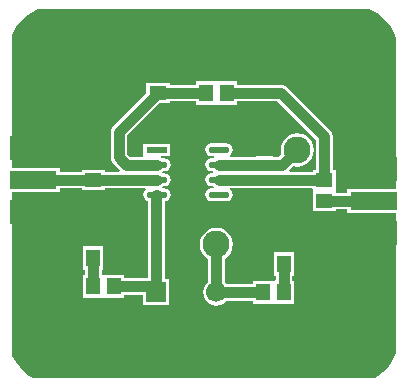
<source format=gtl>
G04*
G04 #@! TF.GenerationSoftware,Altium Limited,Altium Designer,18.0.11 (651)*
G04*
G04 Layer_Physical_Order=1*
G04 Layer_Color=255*
%FSLAX44Y44*%
%MOMM*%
G71*
G01*
G75*
%ADD10R,1.4700X1.1600*%
%ADD11R,1.1600X1.4700*%
%ADD12R,4.0000X1.5000*%
%ADD13R,4.0000X2.0000*%
%ADD14R,0.9300X0.9800*%
%ADD15O,1.8000X0.5500*%
%ADD16R,1.8000X0.5500*%
%ADD17R,0.9800X0.9300*%
%ADD18C,0.8890*%
%ADD19R,1.1430X0.1270*%
%ADD20C,2.2860*%
%ADD21C,1.7000*%
%ADD22R,1.7000X1.7000*%
G36*
X269815Y216792D02*
Y191240D01*
X266970D01*
Y189925D01*
X247405D01*
X246879Y191195D01*
X250353Y194670D01*
X254000Y194189D01*
X257647Y194670D01*
X261045Y196077D01*
X263964Y198316D01*
X266203Y201235D01*
X267610Y204633D01*
X268090Y208280D01*
X267610Y211927D01*
X266203Y215325D01*
X263964Y218244D01*
X261045Y220483D01*
X257647Y221890D01*
X254000Y222370D01*
X250353Y221890D01*
X246955Y220483D01*
X244037Y218244D01*
X241797Y215325D01*
X240390Y211927D01*
X239909Y208280D01*
X240390Y204633D01*
X238382Y202625D01*
X233500D01*
Y202770D01*
X218620D01*
Y202625D01*
X197135D01*
X196749Y203895D01*
X197604Y204466D01*
X198773Y206216D01*
X199184Y208280D01*
X198773Y210344D01*
X197604Y212094D01*
X195854Y213263D01*
X193790Y213674D01*
X181290D01*
X179226Y213263D01*
X177476Y212094D01*
X176307Y210344D01*
X175896Y208280D01*
X176307Y206216D01*
X177476Y204466D01*
X179226Y203297D01*
X181290Y202886D01*
X183231D01*
X183819Y201944D01*
X183011Y200974D01*
X181290D01*
X179226Y200563D01*
X177476Y199394D01*
X176307Y197644D01*
X175896Y195580D01*
X176307Y193516D01*
X177476Y191766D01*
X179226Y190597D01*
X181290Y190186D01*
X182263D01*
X182782Y188916D01*
X182127Y188274D01*
X181290D01*
X179226Y187863D01*
X177476Y186694D01*
X176307Y184944D01*
X175896Y182880D01*
X176307Y180816D01*
X177476Y179066D01*
X179226Y177897D01*
X181290Y177486D01*
X183011D01*
X183819Y176516D01*
X183231Y175574D01*
X181290D01*
X179226Y175163D01*
X177476Y173994D01*
X176307Y172244D01*
X175896Y170180D01*
X176307Y168116D01*
X177476Y166366D01*
X179226Y165197D01*
X181290Y164786D01*
X193790D01*
X195854Y165197D01*
X197604Y166366D01*
X198773Y168116D01*
X199184Y170180D01*
X198773Y172244D01*
X197604Y173994D01*
X196749Y174565D01*
X197135Y175835D01*
X266619D01*
X266970Y174565D01*
Y173440D01*
X266970Y173290D01*
Y156760D01*
X286750D01*
Y158055D01*
X296230D01*
Y155060D01*
X337745D01*
Y36365D01*
X336252Y32760D01*
X333592Y28152D01*
X330352Y23930D01*
X326590Y20168D01*
X322369Y16928D01*
X319573Y15315D01*
X30099D01*
X27138Y17025D01*
X22856Y20310D01*
X19040Y24126D01*
X15755Y28408D01*
X13056Y33081D01*
X12775Y33761D01*
Y172840D01*
X53020D01*
Y175835D01*
X71390D01*
Y174540D01*
X91170D01*
Y175835D01*
X125445D01*
X125830Y174565D01*
X124976Y173994D01*
X123807Y172244D01*
X123396Y170180D01*
X123807Y168116D01*
X124976Y166366D01*
X126726Y165197D01*
X127495Y165044D01*
Y159840D01*
X127350D01*
Y144960D01*
X127495D01*
Y142060D01*
X127430D01*
Y127180D01*
X127575D01*
Y99755D01*
X107410D01*
Y102600D01*
X90880D01*
X90730Y102600D01*
X89585D01*
X88315Y102902D01*
Y106950D01*
X89610D01*
Y126730D01*
X72930D01*
Y106950D01*
X74225D01*
Y102600D01*
X72930D01*
Y82820D01*
X89460D01*
X89610Y82820D01*
X90730D01*
X90880Y82820D01*
X107410D01*
Y85665D01*
X123140D01*
Y85090D01*
X123337Y84099D01*
X123580Y83736D01*
Y76590D01*
X145660D01*
Y98670D01*
X141665D01*
Y127180D01*
X141810D01*
Y142060D01*
X141585D01*
Y144960D01*
X141730D01*
Y159840D01*
X141585D01*
Y164845D01*
X143354Y165197D01*
X145104Y166366D01*
X146273Y168116D01*
X146684Y170180D01*
X146273Y172244D01*
X145104Y173994D01*
X143354Y175163D01*
X141290Y175574D01*
X140317D01*
X139798Y176844D01*
X140453Y177486D01*
X141290D01*
X143354Y177897D01*
X145104Y179066D01*
X146273Y180816D01*
X146684Y182880D01*
X146273Y184944D01*
X145104Y186694D01*
X143354Y187863D01*
X141290Y188274D01*
X140317D01*
X139798Y189544D01*
X140453Y190186D01*
X141290D01*
X143354Y190597D01*
X145104Y191766D01*
X146273Y193516D01*
X146684Y195580D01*
X146273Y197644D01*
X145104Y199394D01*
X143354Y200563D01*
X141290Y200974D01*
X139485D01*
X138563Y201681D01*
X138469Y201720D01*
X138722Y202990D01*
X146580D01*
Y213570D01*
X123500D01*
X123500Y202990D01*
X122381Y202625D01*
X112138D01*
X109915Y204848D01*
Y220602D01*
X137514Y248200D01*
X145780D01*
Y249495D01*
X168170D01*
Y246650D01*
X184700D01*
X184850Y246650D01*
X185970D01*
X186120Y246650D01*
X202650D01*
Y249495D01*
X237112D01*
X269815Y216792D01*
D02*
G37*
G36*
X208280Y195420D02*
X208120D01*
X204470Y191770D01*
X192303Y195420D01*
X191930D01*
X191770Y195580D01*
X203200Y199390D01*
X204310D01*
X208280Y195420D01*
D02*
G37*
G36*
X316218Y327082D02*
X321141Y324240D01*
X325650Y320780D01*
X329670Y316760D01*
X333130Y312251D01*
X335972Y307328D01*
X337745Y303047D01*
Y175140D01*
X296230D01*
Y172145D01*
X287052D01*
X286750Y173415D01*
Y174560D01*
X286750Y174710D01*
Y191240D01*
X283905D01*
Y219710D01*
X283665Y221533D01*
X282961Y223233D01*
X281842Y224692D01*
X245012Y261522D01*
X243553Y262641D01*
X241853Y263345D01*
X240030Y263585D01*
X202650D01*
Y266430D01*
X186120D01*
X185970Y266430D01*
X184850D01*
X184700Y266430D01*
X168170D01*
Y263585D01*
X145780D01*
Y264880D01*
X126000D01*
Y256614D01*
X97888Y228502D01*
X96769Y227043D01*
X96065Y225343D01*
X95825Y223520D01*
Y201930D01*
X96065Y200107D01*
X96769Y198407D01*
X97888Y196948D01*
X103641Y191195D01*
X103115Y189925D01*
X91170D01*
Y191220D01*
X71390D01*
Y189925D01*
X53020D01*
Y192920D01*
X12775D01*
Y306113D01*
X13278Y307328D01*
X16120Y312251D01*
X19580Y316760D01*
X23600Y320780D01*
X28109Y324240D01*
X33031Y327082D01*
X34247Y327585D01*
X315003D01*
X316218Y327082D01*
D02*
G37*
%LPC*%
G36*
X185420Y142360D02*
X181773Y141880D01*
X178375Y140473D01*
X175457Y138233D01*
X173217Y135315D01*
X171810Y131917D01*
X171329Y128270D01*
X171810Y124623D01*
X173217Y121225D01*
X175457Y118307D01*
X178375Y116067D01*
Y106680D01*
Y96140D01*
X177546Y95504D01*
X175777Y93198D01*
X174664Y90512D01*
X174285Y87630D01*
X174664Y84748D01*
X175777Y82062D01*
X177546Y79756D01*
X179852Y77987D01*
X182538Y76874D01*
X185420Y76495D01*
X188302Y76874D01*
X190988Y77987D01*
X193294Y79756D01*
X193930Y80585D01*
X216450D01*
Y77740D01*
X232980D01*
X233130Y77740D01*
X234250D01*
X234400Y77740D01*
X250930D01*
Y97520D01*
X249635D01*
Y101870D01*
X250920D01*
Y121650D01*
X234240D01*
Y101870D01*
X235545D01*
Y97822D01*
X234275Y97520D01*
X233130D01*
X232980Y97520D01*
X216450D01*
Y94675D01*
X193930D01*
X193294Y95504D01*
X192465Y96140D01*
Y106680D01*
Y116067D01*
X195383Y118307D01*
X197623Y121225D01*
X199030Y124623D01*
X199510Y128270D01*
X199030Y131917D01*
X197623Y135315D01*
X195383Y138233D01*
X192465Y140473D01*
X189067Y141880D01*
X185420Y142360D01*
D02*
G37*
%LPD*%
D10*
X135890Y256540D02*
D03*
Y274340D02*
D03*
X276860Y165100D02*
D03*
Y182900D02*
D03*
X81280Y182880D02*
D03*
Y165080D02*
D03*
D11*
X194310Y256540D02*
D03*
X176510D02*
D03*
X81270Y116840D02*
D03*
X99070D02*
D03*
X224780Y111760D02*
D03*
X242580D02*
D03*
X242590Y87630D02*
D03*
X224790D02*
D03*
X81270Y92710D02*
D03*
X99070D02*
D03*
D12*
X318770Y165100D02*
D03*
X30480Y182880D02*
D03*
D13*
X318770Y192100D02*
D03*
Y138100D02*
D03*
X30480Y155880D02*
D03*
Y209880D02*
D03*
D14*
X134620Y134620D02*
D03*
X150020D02*
D03*
X134540Y152400D02*
D03*
X149940D02*
D03*
D15*
X187540Y170180D02*
D03*
Y182880D02*
D03*
Y195580D02*
D03*
Y208280D02*
D03*
X135040Y170180D02*
D03*
Y182880D02*
D03*
Y195580D02*
D03*
D16*
Y208280D02*
D03*
D17*
X208280Y195420D02*
D03*
Y210820D02*
D03*
X226060Y195580D02*
D03*
Y210980D02*
D03*
D18*
X185420Y87630D02*
Y106680D01*
Y128270D01*
X187540Y195580D02*
X226060D01*
X241300D02*
X254000Y208280D01*
X226060Y195580D02*
X241300D01*
X276860Y182900D02*
Y219710D01*
X240030Y256540D02*
X276860Y219710D01*
X194310Y256540D02*
X240030D01*
X135890D02*
X176510D01*
X102870Y223520D02*
X135890Y256540D01*
X102870Y201930D02*
Y223520D01*
Y201930D02*
X109220Y195580D01*
X135040D01*
X242580Y111760D02*
X242590Y111750D01*
Y87630D02*
Y111750D01*
X185420Y87630D02*
X224790D01*
X129540Y92710D02*
X134620Y87630D01*
X99070Y92710D02*
X129540D01*
X81270D02*
Y116840D01*
X134540Y169680D02*
X135040Y170180D01*
X134540Y152400D02*
Y169680D01*
Y134700D02*
X134620Y134620D01*
X134540Y134700D02*
Y152400D01*
X134620Y87630D02*
Y134620D01*
X276840Y182880D02*
X276860Y182900D01*
X187540Y182880D02*
X276840D01*
X276860Y165100D02*
X318770D01*
X30480Y182880D02*
X81280D01*
X135040D01*
D19*
X131445Y85725D02*
D03*
D20*
X185420Y128270D02*
D03*
X254000Y208280D02*
D03*
D21*
X160020Y87630D02*
D03*
X185420D02*
D03*
D22*
X134620D02*
D03*
M02*

</source>
